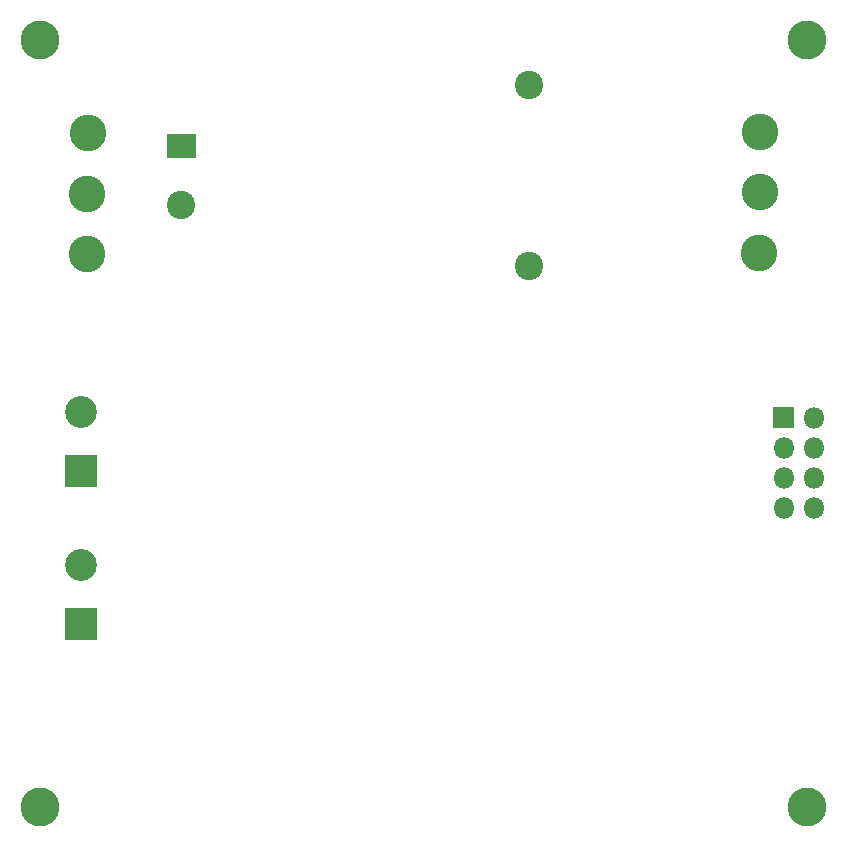
<source format=gbr>
%TF.GenerationSoftware,KiCad,Pcbnew,(5.1.7)-1*%
%TF.CreationDate,2021-01-13T20:34:28+01:00*%
%TF.ProjectId,HotPlateController,486f7450-6c61-4746-9543-6f6e74726f6c,rev?*%
%TF.SameCoordinates,Original*%
%TF.FileFunction,Soldermask,Bot*%
%TF.FilePolarity,Negative*%
%FSLAX46Y46*%
G04 Gerber Fmt 4.6, Leading zero omitted, Abs format (unit mm)*
G04 Created by KiCad (PCBNEW (5.1.7)-1) date 2021-01-13 20:34:28*
%MOMM*%
%LPD*%
G01*
G04 APERTURE LIST*
%ADD10C,2.400000*%
%ADD11C,3.100000*%
%ADD12C,3.300000*%
%ADD13C,2.700000*%
%ADD14O,1.800000X1.800000*%
G04 APERTURE END LIST*
D10*
%TO.C,PS1*%
X46400000Y-24200000D03*
X17000000Y-19000000D03*
G36*
G01*
X15800000Y-15000000D02*
X15800000Y-13000000D01*
G75*
G02*
X15850000Y-12950000I50000J0D01*
G01*
X18150000Y-12950000D01*
G75*
G02*
X18200000Y-13000000I0J-50000D01*
G01*
X18200000Y-15000000D01*
G75*
G02*
X18150000Y-15050000I-50000J0D01*
G01*
X15850000Y-15050000D01*
G75*
G02*
X15800000Y-15000000I0J50000D01*
G01*
G37*
X46400000Y-8800000D03*
%TD*%
D11*
%TO.C,J4*%
X66000000Y-12840000D03*
X66000000Y-17920000D03*
X65900000Y-23100000D03*
%TD*%
%TO.C,J3*%
X9000000Y-23160000D03*
X9000000Y-18080000D03*
X9100000Y-12900000D03*
%TD*%
D12*
%TO.C,M4*%
X70000000Y-70000000D03*
%TD*%
%TO.C,M3*%
X70000000Y-5000000D03*
%TD*%
%TO.C,M2*%
X5000000Y-70000000D03*
%TD*%
%TO.C,M1*%
X5000000Y-5000000D03*
%TD*%
%TO.C,J1*%
G36*
G01*
X9800000Y-42850000D02*
X7200000Y-42850000D01*
G75*
G02*
X7150000Y-42800000I0J50000D01*
G01*
X7150000Y-40200000D01*
G75*
G02*
X7200000Y-40150000I50000J0D01*
G01*
X9800000Y-40150000D01*
G75*
G02*
X9850000Y-40200000I0J-50000D01*
G01*
X9850000Y-42800000D01*
G75*
G02*
X9800000Y-42850000I-50000J0D01*
G01*
G37*
D13*
X8500000Y-36500000D03*
%TD*%
%TO.C,J6*%
G36*
G01*
X9800000Y-55850000D02*
X7200000Y-55850000D01*
G75*
G02*
X7150000Y-55800000I0J50000D01*
G01*
X7150000Y-53200000D01*
G75*
G02*
X7200000Y-53150000I50000J0D01*
G01*
X9800000Y-53150000D01*
G75*
G02*
X9850000Y-53200000I0J-50000D01*
G01*
X9850000Y-55800000D01*
G75*
G02*
X9800000Y-55850000I-50000J0D01*
G01*
G37*
X8500000Y-49500000D03*
%TD*%
D14*
%TO.C,J2*%
X70540000Y-44620000D03*
X68000000Y-44620000D03*
X70540000Y-42080000D03*
X68000000Y-42080000D03*
X70540000Y-39540000D03*
X68000000Y-39540000D03*
X70540000Y-37000000D03*
G36*
G01*
X67100000Y-37850000D02*
X67100000Y-36150000D01*
G75*
G02*
X67150000Y-36100000I50000J0D01*
G01*
X68850000Y-36100000D01*
G75*
G02*
X68900000Y-36150000I0J-50000D01*
G01*
X68900000Y-37850000D01*
G75*
G02*
X68850000Y-37900000I-50000J0D01*
G01*
X67150000Y-37900000D01*
G75*
G02*
X67100000Y-37850000I0J50000D01*
G01*
G37*
%TD*%
M02*

</source>
